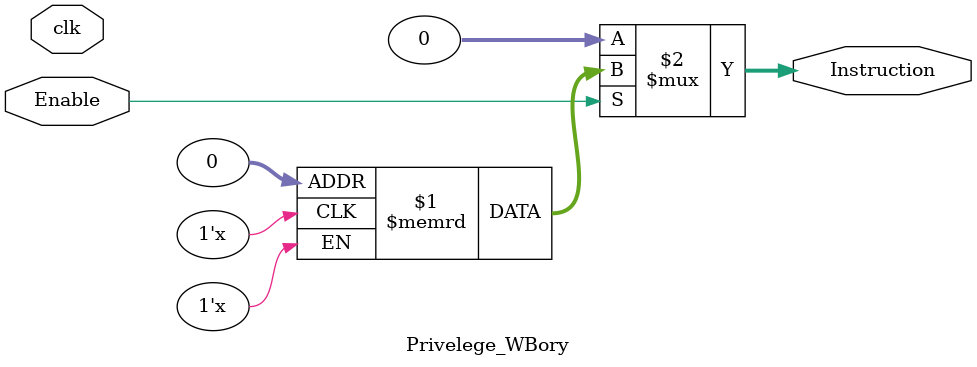
<source format=sv>
module Privelege_WBory(
input logic Enable,clk,
output logic [31:0] Instruction
);
logic [31:0] PrivMemo [1:0];
/*initial
  $readmemb("Priv.mem", PrivMemo);*/
assign Instruction = (Enable) ? PrivMemo[0] : 0;
endmodule


</source>
